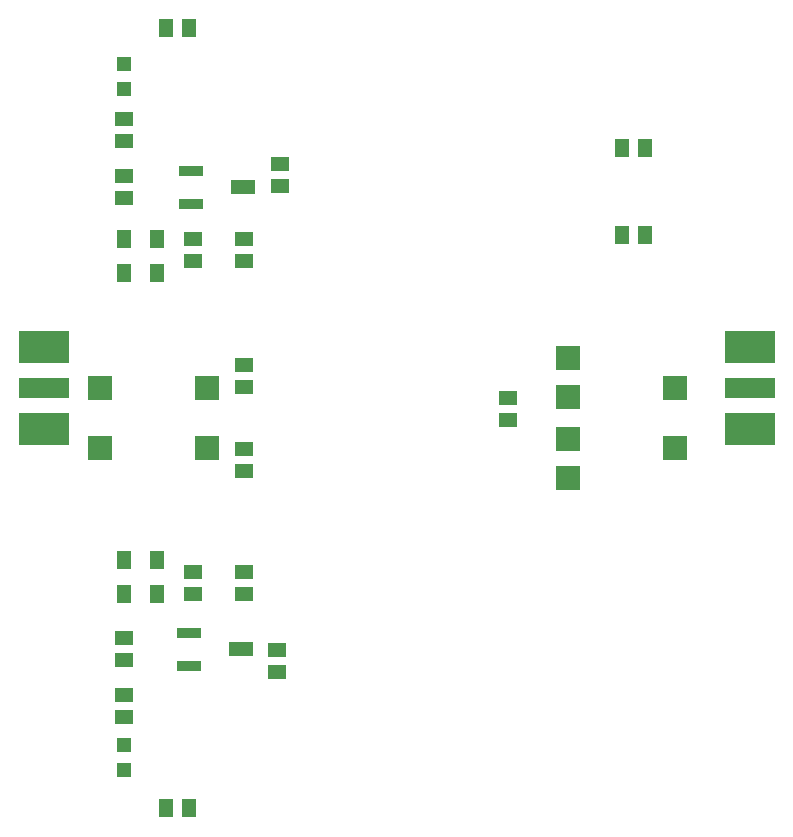
<source format=gbr>
G04 EAGLE Gerber RS-274X export*
G75*
%MOMM*%
%FSLAX34Y34*%
%LPD*%
%INSolderpaste Top*%
%IPPOS*%
%AMOC8*
5,1,8,0,0,1.08239X$1,22.5*%
G01*
%ADD10R,1.300000X1.500000*%
%ADD11R,1.500000X1.300000*%
%ADD12R,1.200000X1.200000*%
%ADD13R,1.200000X1.500000*%
%ADD14R,2.000000X0.900000*%
%ADD15R,2.000000X1.300000*%
%ADD16R,2.000000X2.000000*%
%ADD17R,4.191000X1.778000*%
%ADD18R,4.191000X2.667000*%


D10*
X530200Y604520D03*
X511200Y604520D03*
D11*
X190500Y420980D03*
X190500Y401980D03*
X190500Y330860D03*
X190500Y349860D03*
X414020Y374040D03*
X414020Y393040D03*
D10*
X530200Y530860D03*
X511200Y530860D03*
D11*
X220980Y591160D03*
X220980Y572160D03*
X218440Y160680D03*
X218440Y179680D03*
D12*
X88900Y99400D03*
X88900Y78400D03*
D13*
X88900Y498580D03*
X88900Y527580D03*
X116840Y527580D03*
X116840Y498580D03*
X88900Y255800D03*
X88900Y226800D03*
X116840Y226800D03*
X116840Y255800D03*
D11*
X147320Y508660D03*
X147320Y527660D03*
X147320Y245720D03*
X147320Y226720D03*
D10*
X144120Y706120D03*
X125120Y706120D03*
X144120Y45720D03*
X125120Y45720D03*
D11*
X88900Y141580D03*
X88900Y122580D03*
X88900Y562000D03*
X88900Y581000D03*
X88900Y189840D03*
X88900Y170840D03*
D14*
X145640Y585500D03*
D15*
X189640Y571500D03*
D14*
X145640Y557500D03*
X144370Y194340D03*
D15*
X188370Y180340D03*
D14*
X144370Y166340D03*
D16*
X68580Y401320D03*
X68580Y350520D03*
X159380Y401320D03*
X159380Y350520D03*
X464820Y426720D03*
X464820Y393620D03*
X555620Y401320D03*
X555620Y350520D03*
X464820Y358220D03*
X464820Y325120D03*
D17*
X21154Y401320D03*
D18*
X21154Y436266D03*
X21154Y366374D03*
D17*
X618926Y401320D03*
D18*
X618926Y366374D03*
X618926Y436266D03*
D12*
X88900Y654980D03*
X88900Y675980D03*
D11*
X88900Y610260D03*
X88900Y629260D03*
X190500Y508660D03*
X190500Y527660D03*
X190500Y245720D03*
X190500Y226720D03*
M02*

</source>
